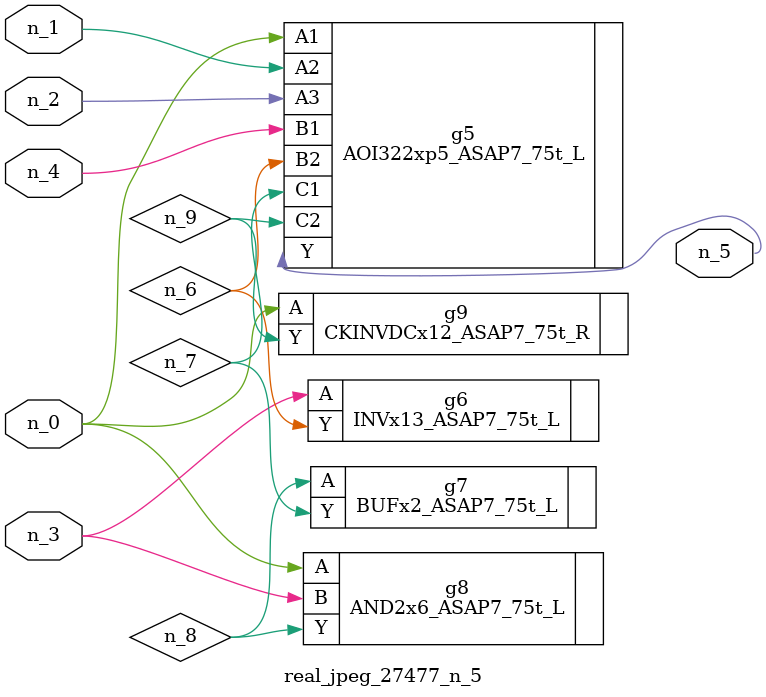
<source format=v>
module real_jpeg_27477_n_5 (n_4, n_0, n_1, n_2, n_3, n_5);

input n_4;
input n_0;
input n_1;
input n_2;
input n_3;

output n_5;

wire n_8;
wire n_6;
wire n_7;
wire n_9;

AOI322xp5_ASAP7_75t_L g5 ( 
.A1(n_0),
.A2(n_1),
.A3(n_2),
.B1(n_4),
.B2(n_6),
.C1(n_7),
.C2(n_9),
.Y(n_5)
);

AND2x6_ASAP7_75t_L g8 ( 
.A(n_0),
.B(n_3),
.Y(n_8)
);

CKINVDCx12_ASAP7_75t_R g9 ( 
.A(n_0),
.Y(n_9)
);

INVx13_ASAP7_75t_L g6 ( 
.A(n_3),
.Y(n_6)
);

BUFx2_ASAP7_75t_L g7 ( 
.A(n_8),
.Y(n_7)
);


endmodule
</source>
